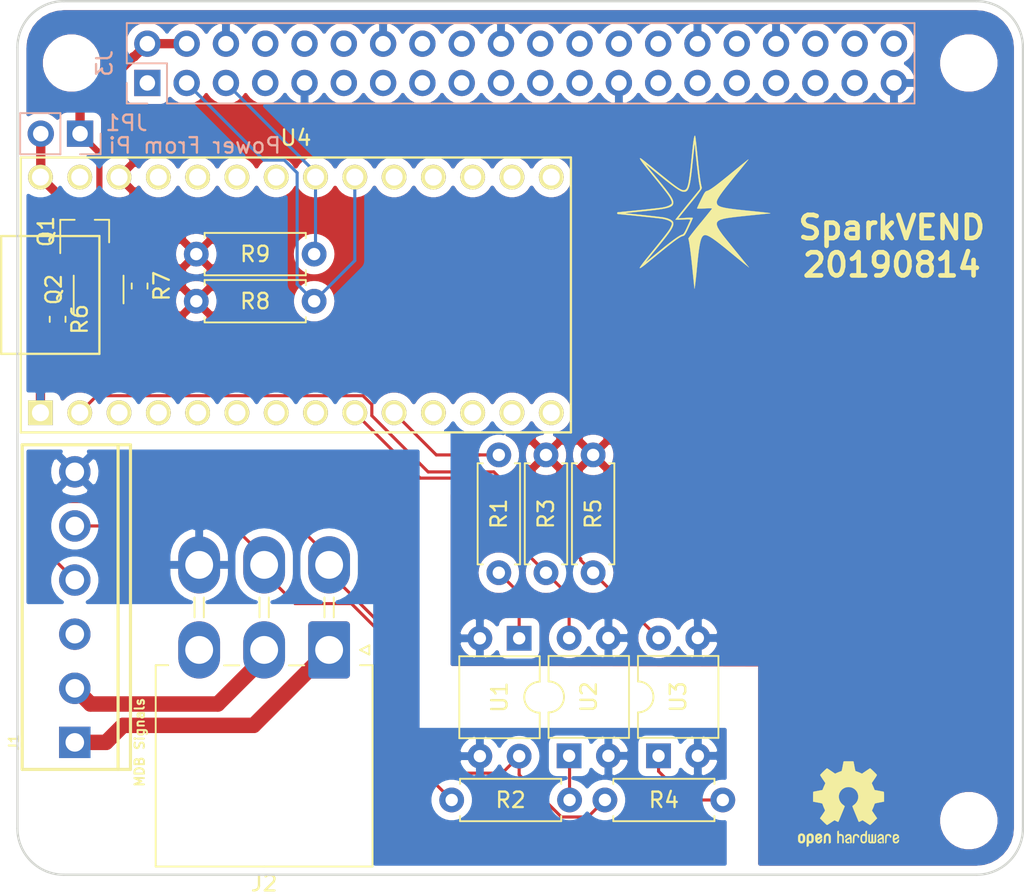
<source format=kicad_pcb>
(kicad_pcb (version 20171130) (host pcbnew "(5.1.2)-2")
  (layers (0 F.Cu signal) (31 B.Cu signal) (34 B.Paste user) (35 F.Paste user) (36 B.SilkS user) (37 F.SilkS user) (38 B.Mask user) (39 F.Mask user) (44 Edge.Cuts user))
  (net 0 "")
  (net 1 GNDD)
  (net 2 +5V)
  (net 3 +3V3)
  (net 4 "Net-(R1-Pad2)")
  (net 5 "Net-(R2-Pad2)")
  (net 6 "Net-(R4-Pad2)")
  (net 7 GNDMDB)
  (net 8 V_MDBPWR)
  (net 9 GND_MDBSIG)
  (net 10 /mdb_interface/MDB_MASTER_RX)
  (net 11 /mdb_interface/MDB_MASTER_TX)
  (net 12 /mdb_interface/SLAVE_OUT)
  (net 13 /mdb_interface/SLAVE_IN)
  (net 14 /mdb_interface/MASTER_IN)
  (net 15 /host_interface/I2C_SCL)
  (net 16 /host_interface/I2C_SDA)
  (net 17 /host_interface/P5V_HAT)
  (net 18 "Net-(Q1-Pad1)")
  (net 19 "Net-(Q2-Pad1)")
  (net 20 "Net-(J1-Pad3)")
  (net 21 "Net-(J2-Pad3)")
  (net 22 "Net-(J3-Pad40)")
  (net 23 "Net-(J3-Pad38)")
  (net 24 "Net-(J3-Pad37)")
  (net 25 "Net-(J3-Pad36)")
  (net 26 "Net-(J3-Pad35)")
  (net 27 "Net-(J3-Pad33)")
  (net 28 "Net-(J3-Pad32)")
  (net 29 "Net-(J3-Pad31)")
  (net 30 "Net-(J3-Pad29)")
  (net 31 /host_interface/ID_SC_EEPROM)
  (net 32 /host_interface/ID_SD_EEPROM)
  (net 33 "Net-(J3-Pad26)")
  (net 34 "Net-(J3-Pad24)")
  (net 35 "Net-(J3-Pad23)")
  (net 36 "Net-(J3-Pad22)")
  (net 37 "Net-(J3-Pad21)")
  (net 38 "Net-(J3-Pad19)")
  (net 39 "Net-(J3-Pad18)")
  (net 40 "Net-(J3-Pad17)")
  (net 41 "Net-(J3-Pad16)")
  (net 42 "Net-(J3-Pad15)")
  (net 43 "Net-(J3-Pad13)")
  (net 44 "Net-(J3-Pad12)")
  (net 45 "Net-(J3-Pad11)")
  (net 46 "Net-(J3-Pad10)")
  (net 47 "Net-(J3-Pad8)")
  (net 48 "Net-(J3-Pad7)")
  (net 49 /host_interface/P3V3)
  (net 50 /teensy_connections/MASTER_OUT)
  (net 51 "Net-(U4-Pad4)")
  (net 52 "Net-(U4-Pad5)")
  (net 53 "Net-(U4-Pad6)")
  (net 54 "Net-(U4-Pad7)")
  (net 55 "Net-(U4-Pad8)")
  (net 56 "Net-(U4-Pad11)")
  (net 57 "Net-(U4-Pad12)")
  (net 58 "Net-(U4-Pad13)")
  (net 59 "Net-(U4-Pad32)")
  (net 60 "Net-(U4-Pad30)")
  (net 61 "Net-(U4-Pad29)")
  (net 62 "Net-(U4-Pad28)")
  (net 63 "Net-(U4-Pad27)")
  (net 64 "Net-(U4-Pad24)")
  (net 65 "Net-(U4-Pad23)")
  (net 66 "Net-(U4-Pad22)")
  (net 67 "Net-(U4-Pad21)")
  (net 68 "Net-(U4-Pad14)")
  (net 69 "Net-(U4-Pad20)")
  (module Resistor_THT:R_Axial_DIN0207_L6.3mm_D2.5mm_P7.62mm_Horizontal (layer F.Cu) (at 74.168 99.348 270)
    (fp_text reference R3 (at 3.81 0 90) (layer F.SilkS))
    (fp_text value 10K)
    (pad 2 thru_hole oval (at 7.62 0 270) (size 1.6 1.6) (drill 0.8) (layers *.Cu *.Mask) (net 13 /mdb_interface/SLAVE_IN))
    (pad 1 thru_hole circle (at 0 0 270) (size 1.6 1.6) (drill 0.8) (layers *.Cu *.Mask) (net 3 +3V3))
  )
  (module sparkvend:teensy-3.x-common (layer F.Cu) (at 58 89)
    (fp_text reference U4 (at 0 -10.16) (layer F.SilkS))
    (fp_text value Teensy3.2)
    (pad 1 thru_hole rect (at -16.51 7.62) (size 1.6 1.6) (drill 1.1) (layers *.Cu *.Mask F.SilkS) (net 1 GNDD))
    (pad 2 thru_hole circle (at -13.97 7.62) (size 1.6 1.6) (drill 1.1) (layers *.Cu *.Mask F.SilkS) (net 14 /mdb_interface/MASTER_IN))
    (pad 3 thru_hole circle (at -11.43 7.62) (size 1.6 1.6) (drill 1.1) (layers *.Cu *.Mask F.SilkS) (net 50 /teensy_connections/MASTER_OUT))
    (pad 4 thru_hole circle (at -8.89 7.62) (size 1.6 1.6) (drill 1.1) (layers *.Cu *.Mask F.SilkS) (net 51 "Net-(U4-Pad4)"))
    (pad 5 thru_hole circle (at -6.35 7.62) (size 1.6 1.6) (drill 1.1) (layers *.Cu *.Mask F.SilkS) (net 52 "Net-(U4-Pad5)"))
    (pad 6 thru_hole circle (at -3.81 7.62) (size 1.6 1.6) (drill 1.1) (layers *.Cu *.Mask F.SilkS) (net 53 "Net-(U4-Pad6)"))
    (pad 7 thru_hole circle (at -1.27 7.62) (size 1.6 1.6) (drill 1.1) (layers *.Cu *.Mask F.SilkS) (net 54 "Net-(U4-Pad7)"))
    (pad 8 thru_hole circle (at 1.27 7.62) (size 1.6 1.6) (drill 1.1) (layers *.Cu *.Mask F.SilkS) (net 55 "Net-(U4-Pad8)"))
    (pad 9 thru_hole circle (at 3.81 7.62) (size 1.6 1.6) (drill 1.1) (layers *.Cu *.Mask F.SilkS) (net 13 /mdb_interface/SLAVE_IN))
    (pad 10 thru_hole circle (at 6.35 7.62) (size 1.6 1.6) (drill 1.1) (layers *.Cu *.Mask F.SilkS) (net 12 /mdb_interface/SLAVE_OUT))
    (pad 11 thru_hole circle (at 8.89 7.62) (size 1.6 1.6) (drill 1.1) (layers *.Cu *.Mask F.SilkS) (net 56 "Net-(U4-Pad11)"))
    (pad 12 thru_hole circle (at 11.43 7.62) (size 1.6 1.6) (drill 1.1) (layers *.Cu *.Mask F.SilkS) (net 57 "Net-(U4-Pad12)"))
    (pad 13 thru_hole circle (at 13.97 7.62) (size 1.6 1.6) (drill 1.1) (layers *.Cu *.Mask F.SilkS) (net 58 "Net-(U4-Pad13)"))
    (pad 33 thru_hole circle (at -16.51 -7.62) (size 1.6 1.6) (drill 1.1) (layers *.Cu *.Mask F.SilkS) (net 2 +5V))
    (pad 32 thru_hole circle (at -13.97 -7.62) (size 1.6 1.6) (drill 1.1) (layers *.Cu *.Mask F.SilkS) (net 59 "Net-(U4-Pad32)"))
    (pad 31 thru_hole circle (at -11.43 -7.62) (size 1.6 1.6) (drill 1.1) (layers *.Cu *.Mask F.SilkS) (net 3 +3V3))
    (pad 30 thru_hole circle (at -8.89 -7.62) (size 1.6 1.6) (drill 1.1) (layers *.Cu *.Mask F.SilkS) (net 60 "Net-(U4-Pad30)"))
    (pad 29 thru_hole circle (at -6.35 -7.62) (size 1.6 1.6) (drill 1.1) (layers *.Cu *.Mask F.SilkS) (net 61 "Net-(U4-Pad29)"))
    (pad 28 thru_hole circle (at -3.81 -7.62) (size 1.6 1.6) (drill 1.1) (layers *.Cu *.Mask F.SilkS) (net 62 "Net-(U4-Pad28)"))
    (pad 27 thru_hole circle (at -1.27 -7.62) (size 1.6 1.6) (drill 1.1) (layers *.Cu *.Mask F.SilkS) (net 63 "Net-(U4-Pad27)"))
    (pad 26 thru_hole circle (at 1.27 -7.62) (size 1.6 1.6) (drill 1.1) (layers *.Cu *.Mask F.SilkS) (net 15 /host_interface/I2C_SCL))
    (pad 25 thru_hole circle (at 3.81 -7.62) (size 1.6 1.6) (drill 1.1) (layers *.Cu *.Mask F.SilkS) (net 16 /host_interface/I2C_SDA))
    (pad 24 thru_hole circle (at 6.35 -7.62) (size 1.6 1.6) (drill 1.1) (layers *.Cu *.Mask F.SilkS) (net 64 "Net-(U4-Pad24)"))
    (pad 23 thru_hole circle (at 8.89 -7.62) (size 1.6 1.6) (drill 1.1) (layers *.Cu *.Mask F.SilkS) (net 65 "Net-(U4-Pad23)"))
    (pad 22 thru_hole circle (at 11.43 -7.62) (size 1.6 1.6) (drill 1.1) (layers *.Cu *.Mask F.SilkS) (net 66 "Net-(U4-Pad22)"))
    (pad 21 thru_hole circle (at 13.97 -7.62) (size 1.6 1.6) (drill 1.1) (layers *.Cu *.Mask F.SilkS) (net 67 "Net-(U4-Pad21)"))
    (pad 14 thru_hole circle (at 16.51 7.62) (size 1.6 1.6) (drill 1.1) (layers *.Cu *.Mask F.SilkS) (net 68 "Net-(U4-Pad14)"))
    (pad 20 thru_hole circle (at 16.51 -7.62) (size 1.6 1.6) (drill 1.1) (layers *.Cu *.Mask F.SilkS) (net 69 "Net-(U4-Pad20)"))
  )
  (module Resistor_THT:R_Axial_DIN0207_L6.3mm_D2.5mm_P7.62mm_Horizontal (layer F.Cu) (at 51.562 86.36)
    (fp_text reference R9 (at 3.81 0) (layer F.SilkS))
    (fp_text value 10K)
    (pad 2 thru_hole oval (at 7.62 0) (size 1.6 1.6) (drill 0.8) (layers *.Cu *.Mask) (net 15 /host_interface/I2C_SCL))
    (pad 1 thru_hole circle (at 0 0) (size 1.6 1.6) (drill 0.8) (layers *.Cu *.Mask) (net 3 +3V3))
  )
  (module Resistor_THT:R_Axial_DIN0207_L6.3mm_D2.5mm_P7.62mm_Horizontal (layer F.Cu) (at 51.562 89.408)
    (fp_text reference R8 (at 3.81 0) (layer F.SilkS))
    (fp_text value 10K)
    (pad 2 thru_hole oval (at 7.62 0) (size 1.6 1.6) (drill 0.8) (layers *.Cu *.Mask) (net 16 /host_interface/I2C_SDA))
    (pad 1 thru_hole circle (at 0 0) (size 1.6 1.6) (drill 0.8) (layers *.Cu *.Mask) (net 3 +3V3))
  )
  (module Resistor_THT:R_Axial_DIN0207_L6.3mm_D2.5mm_P7.62mm_Horizontal (layer F.Cu) (at 77.216 99.348 270)
    (fp_text reference R5 (at 3.81 0 90) (layer F.SilkS))
    (fp_text value 10K)
    (pad 2 thru_hole oval (at 7.62 0 270) (size 1.6 1.6) (drill 0.8) (layers *.Cu *.Mask) (net 14 /mdb_interface/MASTER_IN))
    (pad 1 thru_hole circle (at 0 0 270) (size 1.6 1.6) (drill 0.8) (layers *.Cu *.Mask) (net 3 +3V3))
  )
  (module Resistor_THT:R_Axial_DIN0207_L6.3mm_D2.5mm_P7.62mm_Horizontal (layer F.Cu) (at 77.978 121.666)
    (fp_text reference R4 (at 3.81 0) (layer F.SilkS))
    (fp_text value 4.7K)
    (pad 2 thru_hole oval (at 7.62 0) (size 1.6 1.6) (drill 0.8) (layers *.Cu *.Mask) (net 6 "Net-(R4-Pad2)"))
    (pad 1 thru_hole circle (at 0 0) (size 1.6 1.6) (drill 0.8) (layers *.Cu *.Mask) (net 10 /mdb_interface/MDB_MASTER_RX))
  )
  (module Resistor_THT:R_Axial_DIN0207_L6.3mm_D2.5mm_P7.62mm_Horizontal (layer F.Cu) (at 68.072 121.666)
    (fp_text reference R2 (at 3.81 0) (layer F.SilkS))
    (fp_text value 4.7K)
    (pad 2 thru_hole oval (at 7.62 0) (size 1.6 1.6) (drill 0.8) (layers *.Cu *.Mask) (net 5 "Net-(R2-Pad2)"))
    (pad 1 thru_hole circle (at 0 0) (size 1.6 1.6) (drill 0.8) (layers *.Cu *.Mask) (net 11 /mdb_interface/MDB_MASTER_TX))
  )
  (module Resistor_THT:R_Axial_DIN0207_L6.3mm_D2.5mm_P7.62mm_Horizontal (layer F.Cu) (at 71.12 99.348 270)
    (fp_text reference R1 (at 3.81 0 90) (layer F.SilkS))
    (fp_text value 100)
    (pad 2 thru_hole oval (at 7.62 0 270) (size 1.6 1.6) (drill 0.8) (layers *.Cu *.Mask) (net 4 "Net-(R1-Pad2)"))
    (pad 1 thru_hole circle (at 0 0 270) (size 1.6 1.6) (drill 0.8) (layers *.Cu *.Mask) (net 12 /mdb_interface/SLAVE_OUT))
  )
  (module Symbol:OSHW-Logo2_7.3x6mm_SilkScreen (layer F.Cu) (at 93.726 121.92)
    (fp_text reference LOGO3 hide)
    (fp_text value "OSHW Logo goes here" hide)
  )
  (module ellie:SPARKCC_LOGO (layer F.Cu) (at 83.82 83.82)
    (fp_text reference LOGO1 hide)
    (fp_text value "SparkCC logo" hide)
  )
  (module Resistor_SMD:R_0603_1608Metric_Pad1.05x0.95mm_HandSolder (layer F.Cu) (at 47.9 88.425 270)
    (fp_text reference R7 (at 0 -1.43 90) (layer F.SilkS))
    (fp_text value 47K)
    (pad 2 smd roundrect (at 0.875 0 270) (size 1.05 0.95) (layers F.Cu F.Paste F.Mask) (net 1 GNDD))
    (pad 1 smd roundrect (at -0.875 0 270) (size 1.05 0.95) (layers F.Cu F.Paste F.Mask) (net 18 "Net-(Q1-Pad1)"))
  )
  (module Resistor_SMD:R_0603_1608Metric_Pad1.05x0.95mm_HandSolder (layer F.Cu) (at 42.6 90.575 270)
    (fp_text reference R6 (at 0 -1.43 90) (layer F.SilkS))
    (fp_text value 10K)
    (pad 2 smd roundrect (at 0.875 0 270) (size 1.05 0.95) (layers F.Cu F.Paste F.Mask) (net 1 GNDD))
    (pad 1 smd roundrect (at -0.875 0 270) (size 1.05 0.95) (layers F.Cu F.Paste F.Mask) (net 19 "Net-(Q2-Pad1)"))
  )
  (module Package_TO_SOT_SMD:SOT-23-6 (layer F.Cu) (at 45.25 88.65 90)
    (fp_text reference Q2 (at 0 -2.9 90) (layer F.SilkS))
    (fp_text value DMMT5401)
    (pad 5 smd rect (at 1.1 0 90) (size 1.06 0.65) (layers F.Cu F.Paste F.Mask) (net 17 /host_interface/P5V_HAT))
    (pad 6 smd rect (at 1.1 -0.95 90) (size 1.06 0.65) (layers F.Cu F.Paste F.Mask) (net 2 +5V))
    (pad 4 smd rect (at 1.1 0.95 90) (size 1.06 0.65) (layers F.Cu F.Paste F.Mask) (net 18 "Net-(Q1-Pad1)"))
    (pad 3 smd rect (at -1.1 0.95 90) (size 1.06 0.65) (layers F.Cu F.Paste F.Mask) (net 19 "Net-(Q2-Pad1)"))
    (pad 2 smd rect (at -1.1 0 90) (size 1.06 0.65) (layers F.Cu F.Paste F.Mask) (net 19 "Net-(Q2-Pad1)"))
    (pad 1 smd rect (at -1.1 -0.95 90) (size 1.06 0.65) (layers F.Cu F.Paste F.Mask) (net 19 "Net-(Q2-Pad1)"))
  )
  (module Package_TO_SOT_SMD:SOT-23 (layer F.Cu) (at 44.35 84.9 90)
    (fp_text reference Q1 (at 0 -2.5 90) (layer F.SilkS))
    (fp_text value DMG2305UX)
    (pad 3 smd rect (at 1 0 90) (size 0.9 0.8) (layers F.Cu F.Paste F.Mask) (net 2 +5V))
    (pad 2 smd rect (at -1 0.95 90) (size 0.9 0.8) (layers F.Cu F.Paste F.Mask) (net 17 /host_interface/P5V_HAT))
    (pad 1 smd rect (at -1 -0.95 90) (size 0.9 0.8) (layers F.Cu F.Paste F.Mask) (net 18 "Net-(Q1-Pad1)"))
  )
  (module Connector_PinHeader_2.54mm:PinHeader_1x02_P2.54mm_Vertical (layer B.Cu) (at 44.05 78.57 90)
    (fp_text reference JP1 (at 0.69 3) (layer B.SilkS) (effects (justify mirror)))
    (fp_text value "Power From Pi" (at -0.77 7.41) (layer B.SilkS) (effects (justify mirror)))
    (pad 2 thru_hole oval (at 0 -2.54 90) (size 1.7 1.7) (drill 1) (layers *.Cu *.Mask) (net 2 +5V))
    (pad 1 thru_hole rect (at 0 0 90) (size 1.7 1.7) (drill 1) (layers *.Cu *.Mask) (net 17 /host_interface/P5V_HAT))
  )
  (module Connector_PinSocket_2.54mm:PinSocket_2x20_P2.54mm_Vertical (layer B.Cu) (at 48.4 75.29 270)
    (fp_text reference J3 (at -1.27 2.77 270) (layer B.SilkS) (effects (justify mirror)))
    (fp_text value OX40HAT)
    (pad 40 thru_hole oval (at -2.54 -48.26 270) (size 1.7 1.7) (drill 1) (layers *.Cu *.Mask) (net 22 "Net-(J3-Pad40)"))
    (pad 39 thru_hole oval (at 0 -48.26 270) (size 1.7 1.7) (drill 1) (layers *.Cu *.Mask) (net 1 GNDD))
    (pad 38 thru_hole oval (at -2.54 -45.72 270) (size 1.7 1.7) (drill 1) (layers *.Cu *.Mask) (net 23 "Net-(J3-Pad38)"))
    (pad 37 thru_hole oval (at 0 -45.72 270) (size 1.7 1.7) (drill 1) (layers *.Cu *.Mask) (net 24 "Net-(J3-Pad37)"))
    (pad 36 thru_hole oval (at -2.54 -43.18 270) (size 1.7 1.7) (drill 1) (layers *.Cu *.Mask) (net 25 "Net-(J3-Pad36)"))
    (pad 35 thru_hole oval (at 0 -43.18 270) (size 1.7 1.7) (drill 1) (layers *.Cu *.Mask) (net 26 "Net-(J3-Pad35)"))
    (pad 34 thru_hole oval (at -2.54 -40.64 270) (size 1.7 1.7) (drill 1) (layers *.Cu *.Mask) (net 1 GNDD))
    (pad 33 thru_hole oval (at 0 -40.64 270) (size 1.7 1.7) (drill 1) (layers *.Cu *.Mask) (net 27 "Net-(J3-Pad33)"))
    (pad 32 thru_hole oval (at -2.54 -38.1 270) (size 1.7 1.7) (drill 1) (layers *.Cu *.Mask) (net 28 "Net-(J3-Pad32)"))
    (pad 31 thru_hole oval (at 0 -38.1 270) (size 1.7 1.7) (drill 1) (layers *.Cu *.Mask) (net 29 "Net-(J3-Pad31)"))
    (pad 30 thru_hole oval (at -2.54 -35.56 270) (size 1.7 1.7) (drill 1) (layers *.Cu *.Mask) (net 1 GNDD))
    (pad 29 thru_hole oval (at 0 -35.56 270) (size 1.7 1.7) (drill 1) (layers *.Cu *.Mask) (net 30 "Net-(J3-Pad29)"))
    (pad 28 thru_hole oval (at -2.54 -33.02 270) (size 1.7 1.7) (drill 1) (layers *.Cu *.Mask) (net 31 /host_interface/ID_SC_EEPROM))
    (pad 27 thru_hole oval (at 0 -33.02 270) (size 1.7 1.7) (drill 1) (layers *.Cu *.Mask) (net 32 /host_interface/ID_SD_EEPROM))
    (pad 26 thru_hole oval (at -2.54 -30.48 270) (size 1.7 1.7) (drill 1) (layers *.Cu *.Mask) (net 33 "Net-(J3-Pad26)"))
    (pad 25 thru_hole oval (at 0 -30.48 270) (size 1.7 1.7) (drill 1) (layers *.Cu *.Mask) (net 1 GNDD))
    (pad 24 thru_hole oval (at -2.54 -27.94 270) (size 1.7 1.7) (drill 1) (layers *.Cu *.Mask) (net 34 "Net-(J3-Pad24)"))
    (pad 23 thru_hole oval (at 0 -27.94 270) (size 1.7 1.7) (drill 1) (layers *.Cu *.Mask) (net 35 "Net-(J3-Pad23)"))
    (pad 22 thru_hole oval (at -2.54 -25.4 270) (size 1.7 1.7) (drill 1) (layers *.Cu *.Mask) (net 36 "Net-(J3-Pad22)"))
    (pad 21 thru_hole oval (at 0 -25.4 270) (size 1.7 1.7) (drill 1) (layers *.Cu *.Mask) (net 37 "Net-(J3-Pad21)"))
    (pad 20 thru_hole oval (at -2.54 -22.86 270) (size 1.7 1.7) (drill 1) (layers *.Cu *.Mask) (net 1 GNDD))
    (pad 19 thru_hole oval (at 0 -22.86 270) (size 1.7 1.7) (drill 1) (layers *.Cu *.Mask) (net 38 "Net-(J3-Pad19)"))
    (pad 18 thru_hole oval (at -2.54 -20.32 270) (size 1.7 1.7) (drill 1) (layers *.Cu *.Mask) (net 39 "Net-(J3-Pad18)"))
    (pad 17 thru_hole oval (at 0 -20.32 270) (size 1.7 1.7) (drill 1) (layers *.Cu *.Mask) (net 40 "Net-(J3-Pad17)"))
    (pad 16 thru_hole oval (at -2.54 -17.78 270) (size 1.7 1.7) (drill 1) (layers *.Cu *.Mask) (net 41 "Net-(J3-Pad16)"))
    (pad 15 thru_hole oval (at 0 -17.78 270) (size 1.7 1.7) (drill 1) (layers *.Cu *.Mask) (net 42 "Net-(J3-Pad15)"))
    (pad 14 thru_hole oval (at -2.54 -15.24 270) (size 1.7 1.7) (drill 1) (layers *.Cu *.Mask) (net 1 GNDD))
    (pad 13 thru_hole oval (at 0 -15.24 270) (size 1.7 1.7) (drill 1) (layers *.Cu *.Mask) (net 43 "Net-(J3-Pad13)"))
    (pad 12 thru_hole oval (at -2.54 -12.7 270) (size 1.7 1.7) (drill 1) (layers *.Cu *.Mask) (net 44 "Net-(J3-Pad12)"))
    (pad 11 thru_hole oval (at 0 -12.7 270) (size 1.7 1.7) (drill 1) (layers *.Cu *.Mask) (net 45 "Net-(J3-Pad11)"))
    (pad 10 thru_hole oval (at -2.54 -10.16 270) (size 1.7 1.7) (drill 1) (layers *.Cu *.Mask) (net 46 "Net-(J3-Pad10)"))
    (pad 9 thru_hole oval (at 0 -10.16 270) (size 1.7 1.7) (drill 1) (layers *.Cu *.Mask) (net 1 GNDD))
    (pad 8 thru_hole oval (at -2.54 -7.62 270) (size 1.7 1.7) (drill 1) (layers *.Cu *.Mask) (net 47 "Net-(J3-Pad8)"))
    (pad 7 thru_hole oval (at 0 -7.62 270) (size 1.7 1.7) (drill 1) (layers *.Cu *.Mask) (net 48 "Net-(J3-Pad7)"))
    (pad 6 thru_hole oval (at -2.54 -5.08 270) (size 1.7 1.7) (drill 1) (layers *.Cu *.Mask) (net 1 GNDD))
    (pad 5 thru_hole oval (at 0 -5.08 270) (size 1.7 1.7) (drill 1) (layers *.Cu *.Mask) (net 15 /host_interface/I2C_SCL))
    (pad 4 thru_hole oval (at -2.54 -2.54 270) (size 1.7 1.7) (drill 1) (layers *.Cu *.Mask) (net 17 /host_interface/P5V_HAT))
    (pad 3 thru_hole oval (at 0 -2.54 270) (size 1.7 1.7) (drill 1) (layers *.Cu *.Mask) (net 16 /host_interface/I2C_SDA))
    (pad 2 thru_hole oval (at -2.54 0 270) (size 1.7 1.7) (drill 1) (layers *.Cu *.Mask) (net 17 /host_interface/P5V_HAT))
    (pad 1 thru_hole rect (at 0 0 270) (size 1.7 1.7) (drill 1) (layers *.Cu *.Mask) (net 49 /host_interface/P3V3))
  )
  (module MountingHole:MountingHole_2.7mm_M2.5 (layer F.Cu) (at 101.5 123)
    (fp_text reference H4 hide)
    (fp_text value MountingHole hide)
    (pad 1 np_thru_hole circle (at 0 0) (size 2.7 2.7) (drill 2.7) (layers *.Cu *.Mask))
  )
  (module MountingHole:MountingHole_2.7mm_M2.5 (layer F.Cu) (at 101.5 74)
    (fp_text reference H3 hide)
    (fp_text value MountingHole hide)
    (pad 1 np_thru_hole circle (at 0 0) (size 2.7 2.7) (drill 2.7) (layers *.Cu *.Mask))
  )
  (module MountingHole:MountingHole_2.7mm_M2.5 (layer F.Cu) (at 43.5 123)
    (fp_text reference H2 hide)
    (fp_text value MountingHole hide)
    (pad 1 np_thru_hole circle (at 0 0) (size 2.7 2.7) (drill 2.7) (layers *.Cu *.Mask))
  )
  (module MountingHole:MountingHole_2.7mm_M2.5 (layer F.Cu) (at 43.5 74)
    (fp_text reference H1 hide)
    (fp_text value MountingHole hide)
    (pad 1 np_thru_hole circle (at 0 0) (size 2.7 2.7) (drill 2.7) (layers *.Cu *.Mask))
  )
  (module Package_DIP:DIP-4_W7.62mm (layer F.Cu) (at 81.444 118.81 90)
    (fp_text reference U3 (at 3.81 1.27 90) (layer F.SilkS))
    (fp_text value VO615A-9)
    (pad 4 thru_hole oval (at 7.62 0 90) (size 1.6 1.6) (drill 0.8) (layers *.Cu *.Mask) (net 14 /mdb_interface/MASTER_IN))
    (pad 2 thru_hole oval (at 0 2.54 90) (size 1.6 1.6) (drill 0.8) (layers *.Cu *.Mask) (net 9 GND_MDBSIG))
    (pad 3 thru_hole oval (at 7.62 2.54 90) (size 1.6 1.6) (drill 0.8) (layers *.Cu *.Mask) (net 1 GNDD))
    (pad 1 thru_hole rect (at 0 0 90) (size 1.6 1.6) (drill 0.8) (layers *.Cu *.Mask) (net 6 "Net-(R4-Pad2)"))
  )
  (module Package_DIP:DIP-4_W7.62mm (layer F.Cu) (at 75.664 118.81 90)
    (fp_text reference U2 (at 3.81 1.27 90) (layer F.SilkS))
    (fp_text value VO615A-9)
    (pad 4 thru_hole oval (at 7.62 0 90) (size 1.6 1.6) (drill 0.8) (layers *.Cu *.Mask) (net 13 /mdb_interface/SLAVE_IN))
    (pad 2 thru_hole oval (at 0 2.54 90) (size 1.6 1.6) (drill 0.8) (layers *.Cu *.Mask) (net 9 GND_MDBSIG))
    (pad 3 thru_hole oval (at 7.62 2.54 90) (size 1.6 1.6) (drill 0.8) (layers *.Cu *.Mask) (net 1 GNDD))
    (pad 1 thru_hole rect (at 0 0 90) (size 1.6 1.6) (drill 0.8) (layers *.Cu *.Mask) (net 5 "Net-(R2-Pad2)"))
  )
  (module Package_DIP:DIP-4_W7.62mm (layer F.Cu) (at 72.434 111.21 270)
    (fp_text reference U1 (at 3.81 1.27 90) (layer F.SilkS))
    (fp_text value VO615A-9)
    (pad 4 thru_hole oval (at 7.62 0 270) (size 1.6 1.6) (drill 0.8) (layers *.Cu *.Mask) (net 10 /mdb_interface/MDB_MASTER_RX))
    (pad 2 thru_hole oval (at 0 2.54 270) (size 1.6 1.6) (drill 0.8) (layers *.Cu *.Mask) (net 1 GNDD))
    (pad 3 thru_hole oval (at 7.62 2.54 270) (size 1.6 1.6) (drill 0.8) (layers *.Cu *.Mask) (net 9 GND_MDBSIG))
    (pad 1 thru_hole rect (at 0 0 270) (size 1.6 1.6) (drill 0.8) (layers *.Cu *.Mask) (net 4 "Net-(R1-Pad2)"))
  )
  (module Connector_Molex:Molex_Mini-Fit_Jr_5569-06A2_2x03_P4.20mm_Horizontal (layer F.Cu) (at 60.15 111.96 180)
    (fp_text reference J2 (at 4.2 -15.1) (layer F.SilkS))
    (fp_text value MDB/ICP)
    (pad "" np_thru_hole circle (at 8.4 -7.3 180) (size 3 3) (drill 3) (layers *.Cu *.Mask))
    (pad "" np_thru_hole circle (at 0 -7.3 180) (size 3 3) (drill 3) (layers *.Cu *.Mask))
    (pad 6 thru_hole oval (at 8.4 5.5 180) (size 2.7 3.7) (drill 1.8) (layers *.Cu *.Mask) (net 9 GND_MDBSIG))
    (pad 5 thru_hole oval (at 4.2 5.5 180) (size 2.7 3.7) (drill 1.8) (layers *.Cu *.Mask) (net 11 /mdb_interface/MDB_MASTER_TX))
    (pad 4 thru_hole oval (at 0 5.5 180) (size 2.7 3.7) (drill 1.8) (layers *.Cu *.Mask) (net 10 /mdb_interface/MDB_MASTER_RX))
    (pad 3 thru_hole oval (at 8.4 0 180) (size 2.7 3.7) (drill 1.8) (layers *.Cu *.Mask) (net 21 "Net-(J2-Pad3)"))
    (pad 2 thru_hole oval (at 4.2 0 180) (size 2.7 3.7) (drill 1.8) (layers *.Cu *.Mask) (net 7 GNDMDB))
    (pad 1 thru_hole roundrect (at 0 0 180) (size 2.7 3.7) (drill 1.8) (layers *.Cu *.Mask) (roundrect_rratio 0.09259299999999999) (net 8 V_MDBPWR))
  )
  (module Connectors:SCREWTERMINAL-3.5MM-6 (layer F.Cu) (at 43.71 117.94 90)
    (fp_text reference J1 (at 0 -3.937 90) (layer F.SilkS) (effects (font (size 0.6096 0.6096) (thickness 0.127))))
    (fp_text value "MDB Signals" (at 0 4.191 90) (layer F.SilkS) (effects (font (size 0.6096 0.6096) (thickness 0.127))))
    (pad 6 thru_hole circle (at 17.49806 0 90) (size 2.032 2.032) (drill 1.19888) (layers *.Cu *.Mask) (net 9 GND_MDBSIG))
    (pad 5 thru_hole circle (at 13.99794 0 90) (size 2.032 2.032) (drill 1.19888) (layers *.Cu *.Mask) (net 11 /mdb_interface/MDB_MASTER_TX))
    (pad 4 thru_hole circle (at 10.49782 0 90) (size 2.032 2.032) (drill 1.19888) (layers *.Cu *.Mask) (net 10 /mdb_interface/MDB_MASTER_RX))
    (pad 3 thru_hole circle (at 6.9977 0 90) (size 2.032 2.032) (drill 1.19888) (layers *.Cu *.Mask) (net 20 "Net-(J1-Pad3)"))
    (pad 2 thru_hole circle (at 3.49758 0 90) (size 2.032 2.032) (drill 1.19888) (layers *.Cu *.Mask) (net 7 GNDMDB))
    (pad 1 thru_hole rect (at 0 0 90) (size 2.032 2.032) (drill 1.19888) (layers *.Cu *.Mask) (net 8 V_MDBPWR))
  )
  (gr_text "SparkVEND\n20190814" (at 96.52 85.852) (layer F.SilkS) (effects (font (size 1.5 1.5) (thickness 0.3))))
  (gr_line (start 105 123.5) (end 105 73) (layer Edge.Cuts) (width 0.15))
  (gr_arc (start 43 73) (end 43 70) (angle -90) (layer Edge.Cuts) (width 0.15))
  (gr_line (start 102 70) (end 43 70) (layer Edge.Cuts) (width 0.15))
  (gr_arc (start 102 73) (end 105 73) (angle -90) (layer Edge.Cuts) (width 0.15))
  (gr_line (start 40 73) (end 40 123.5) (layer Edge.Cuts) (width 0.15))
  (gr_arc (start 102 123.5) (end 102 126.5) (angle -90) (layer Edge.Cuts) (width 0.15))
  (gr_line (start 43 126.5) (end 102 126.5) (layer Edge.Cuts) (width 0.15))
  (gr_arc (start 43 123.5) (end 40 123.5) (angle -90) (layer Edge.Cuts) (width 0.15))
  (segment (start 41.49 92.56) (end 42.6 91.45) (width 0.6) (layer F.Cu) (net 1))
  (segment (start 41.49 96.62) (end 41.49 92.56) (width 0.6) (layer F.Cu) (net 1))
  (segment (start 47.9 89.925) (end 47.9 89.3) (width 0.6) (layer F.Cu) (net 1))
  (segment (start 46.375 91.45) (end 47.9 89.925) (width 0.6) (layer F.Cu) (net 1))
  (segment (start 42.6 91.45) (end 46.375 91.45) (width 0.6) (layer F.Cu) (net 1))
  (segment (start 41.51 81.36) (end 41.49 81.38) (width 0.6) (layer F.Cu) (net 2))
  (segment (start 41.51 78.57) (end 41.51 81.36) (width 0.6) (layer F.Cu) (net 2))
  (segment (start 44.3 83.95) (end 44.35 83.9) (width 0.6) (layer F.Cu) (net 2))
  (segment (start 44.3 87.55) (end 44.3 83.95) (width 0.6) (layer F.Cu) (net 2))
  (segment (start 44.01 83.9) (end 41.49 81.38) (width 0.6) (layer F.Cu) (net 2))
  (segment (start 44.35 83.9) (end 44.01 83.9) (width 0.6) (layer F.Cu) (net 2))
  (segment (start 72.434 108.282) (end 72.434 111.21) (width 0.2) (layer F.Cu) (net 4))
  (segment (start 71.12 106.968) (end 72.434 108.282) (width 0.2) (layer F.Cu) (net 4))
  (segment (start 75.692 118.838) (end 75.664 118.81) (width 0.2) (layer F.Cu) (net 5))
  (segment (start 75.692 121.666) (end 75.692 118.838) (width 0.2) (layer F.Cu) (net 5))
  (segment (start 81.444 119.81) (end 81.444 118.81) (width 0.2) (layer F.Cu) (net 6))
  (segment (start 83.3 121.666) (end 81.444 119.81) (width 0.2) (layer F.Cu) (net 6))
  (segment (start 85.598 121.666) (end 83.3 121.666) (width 0.2) (layer F.Cu) (net 6))
  (segment (start 44.725999 115.458419) (end 43.71 114.44242) (width 1) (layer F.Cu) (net 7))
  (segment (start 52.951581 115.458419) (end 44.725999 115.458419) (width 1) (layer F.Cu) (net 7))
  (segment (start 55.95 112.46) (end 52.951581 115.458419) (width 1) (layer F.Cu) (net 7))
  (segment (start 55.95 111.96) (end 55.95 112.46) (width 1) (layer F.Cu) (net 7))
  (segment (start 43.71 117.94) (end 45.726 117.94) (width 1) (layer F.Cu) (net 8))
  (segment (start 45.726 117.94) (end 46.826 116.84) (width 1) (layer F.Cu) (net 8))
  (segment (start 55.27 116.84) (end 60.15 111.96) (width 1) (layer F.Cu) (net 8))
  (segment (start 46.826 116.84) (end 55.27 116.84) (width 1) (layer F.Cu) (net 8))
  (segment (start 60.15 105.96) (end 60.15 106.46) (width 0.2) (layer F.Cu) (net 10))
  (segment (start 56.552 102.362) (end 60.15 105.96) (width 0.2) (layer F.Cu) (net 10))
  (segment (start 42.672 102.362) (end 56.552 102.362) (width 0.2) (layer F.Cu) (net 10))
  (segment (start 41.91 103.124) (end 42.672 102.362) (width 0.2) (layer F.Cu) (net 10))
  (segment (start 41.91 105.64218) (end 41.91 103.124) (width 0.2) (layer F.Cu) (net 10))
  (segment (start 43.71 107.44218) (end 41.91 105.64218) (width 0.2) (layer F.Cu) (net 10))
  (segment (start 72.434 119.96137) (end 72.434 118.83) (width 0.2) (layer F.Cu) (net 10))
  (segment (start 72.434 120.036002) (end 72.434 119.96137) (width 0.2) (layer F.Cu) (net 10))
  (segment (start 75.163999 122.766001) (end 72.434 120.036002) (width 0.2) (layer F.Cu) (net 10))
  (segment (start 76.877999 122.766001) (end 75.163999 122.766001) (width 0.2) (layer F.Cu) (net 10))
  (segment (start 77.978 121.666) (end 76.877999 122.766001) (width 0.2) (layer F.Cu) (net 10))
  (segment (start 71.333999 119.930001) (end 66.901699 119.930001) (width 0.2) (layer F.Cu) (net 10))
  (segment (start 72.434 118.83) (end 71.333999 119.930001) (width 0.2) (layer F.Cu) (net 10))
  (segment (start 66.901699 119.930001) (end 63.90001 116.928312) (width 0.2) (layer F.Cu) (net 10))
  (segment (start 60.15 106.96) (end 60.15 106.46) (width 0.2) (layer F.Cu) (net 10))
  (segment (start 63.90001 110.71001) (end 60.15 106.96) (width 0.2) (layer F.Cu) (net 10))
  (segment (start 63.90001 116.928312) (end 63.90001 110.71001) (width 0.2) (layer F.Cu) (net 10))
  (segment (start 55.95 105.96) (end 55.95 106.46) (width 0.2) (layer F.Cu) (net 11))
  (segment (start 53.93206 103.94206) (end 55.95 105.96) (width 0.2) (layer F.Cu) (net 11))
  (segment (start 43.71 103.94206) (end 53.93206 103.94206) (width 0.2) (layer F.Cu) (net 11))
  (segment (start 63.5 117.094) (end 68.072 121.666) (width 0.2) (layer F.Cu) (net 11))
  (segment (start 63.5 110.875698) (end 63.5 117.094) (width 0.2) (layer F.Cu) (net 11))
  (segment (start 61.590302 108.966) (end 63.5 110.875698) (width 0.2) (layer F.Cu) (net 11))
  (segment (start 57.956 108.966) (end 61.590302 108.966) (width 0.2) (layer F.Cu) (net 11))
  (segment (start 55.95 106.96) (end 57.956 108.966) (width 0.2) (layer F.Cu) (net 11))
  (segment (start 55.95 106.46) (end 55.95 106.96) (width 0.2) (layer F.Cu) (net 11))
  (segment (start 64.35 96.62) (end 67.078 99.348) (width 0.2) (layer F.Cu) (net 12))
  (segment (start 71.12 99.348) (end 69.376 99.348) (width 0.2) (layer F.Cu) (net 12))
  (segment (start 67.078 99.348) (end 69.376 99.348) (width 0.2) (layer F.Cu) (net 12))
  (segment (start 69.376 99.348) (end 69.894 99.348) (width 0.2) (layer F.Cu) (net 12))
  (segment (start 75.664 108.464) (end 74.168 106.968) (width 0.2) (layer F.Cu) (net 13))
  (segment (start 75.664 111.19) (end 75.664 108.464) (width 0.2) (layer F.Cu) (net 13))
  (segment (start 73.368001 106.168001) (end 74.168 106.968) (width 0.2) (layer F.Cu) (net 13))
  (segment (start 68.048011 100.848011) (end 73.368001 106.168001) (width 0.2) (layer F.Cu) (net 13))
  (segment (start 66.038011 100.848011) (end 68.048011 100.848011) (width 0.2) (layer F.Cu) (net 13))
  (segment (start 61.81 96.62) (end 66.038011 100.848011) (width 0.2) (layer F.Cu) (net 13))
  (segment (start 81.438 111.19) (end 81.444 111.19) (width 0.2) (layer F.Cu) (net 14))
  (segment (start 77.216 106.968) (end 81.438 111.19) (width 0.2) (layer F.Cu) (net 14))
  (segment (start 45.130001 95.519999) (end 44.829999 95.820001) (width 0.2) (layer F.Cu) (net 14))
  (segment (start 62.338001 95.519999) (end 45.130001 95.519999) (width 0.2) (layer F.Cu) (net 14))
  (segment (start 62.910001 96.091999) (end 62.338001 95.519999) (width 0.2) (layer F.Cu) (net 14))
  (segment (start 62.910001 96.808003) (end 62.910001 96.091999) (width 0.2) (layer F.Cu) (net 14))
  (segment (start 66.549999 100.448001) (end 62.910001 96.808003) (width 0.2) (layer F.Cu) (net 14))
  (segment (start 44.829999 95.820001) (end 44.03 96.62) (width 0.2) (layer F.Cu) (net 14))
  (segment (start 70.799239 100.448001) (end 66.549999 100.448001) (width 0.2) (layer F.Cu) (net 14))
  (segment (start 76.416001 106.064763) (end 70.799239 100.448001) (width 0.2) (layer F.Cu) (net 14))
  (segment (start 76.416001 106.168001) (end 76.416001 106.064763) (width 0.2) (layer F.Cu) (net 14))
  (segment (start 77.216 106.968) (end 76.416001 106.168001) (width 0.2) (layer F.Cu) (net 14))
  (segment (start 59.27 81.08) (end 59.27 81.38) (width 0.2) (layer B.Cu) (net 15))
  (segment (start 53.48 75.29) (end 59.27 81.08) (width 0.2) (layer B.Cu) (net 15))
  (segment (start 59.27 86.272) (end 59.182 86.36) (width 0.2) (layer B.Cu) (net 15))
  (segment (start 59.27 81.38) (end 59.27 86.272) (width 0.2) (layer B.Cu) (net 15))
  (segment (start 61.81 86.78) (end 59.182 89.408) (width 0.2) (layer B.Cu) (net 16))
  (segment (start 61.81 81.38) (end 61.81 86.78) (width 0.2) (layer B.Cu) (net 16))
  (segment (start 58.382001 88.608001) (end 59.182 89.408) (width 0.2) (layer B.Cu) (net 16))
  (segment (start 58.081999 88.307999) (end 58.382001 88.608001) (width 0.2) (layer B.Cu) (net 16))
  (segment (start 58.081999 81.103997) (end 58.081999 88.307999) (width 0.2) (layer B.Cu) (net 16))
  (segment (start 57.258001 80.279999) (end 58.081999 81.103997) (width 0.2) (layer B.Cu) (net 16))
  (segment (start 55.929999 80.279999) (end 57.258001 80.279999) (width 0.2) (layer B.Cu) (net 16))
  (segment (start 50.94 75.29) (end 55.929999 80.279999) (width 0.2) (layer B.Cu) (net 16))
  (segment (start 45.25 85.95) (end 45.3 85.9) (width 0.6) (layer F.Cu) (net 17))
  (segment (start 45.25 87.55) (end 45.25 85.95) (width 0.6) (layer F.Cu) (net 17))
  (segment (start 48.4 72.75) (end 50.94 72.75) (width 0.6) (layer F.Cu) (net 17))
  (segment (start 44.05 77.12) (end 44.05 78.57) (width 0.6) (layer F.Cu) (net 17))
  (segment (start 44.05 77.039998) (end 44.05 77.12) (width 0.6) (layer F.Cu) (net 17))
  (segment (start 47.489999 73.599999) (end 44.05 77.039998) (width 0.6) (layer F.Cu) (net 17))
  (segment (start 47.550001 73.599999) (end 47.489999 73.599999) (width 0.6) (layer F.Cu) (net 17))
  (segment (start 48.4 72.75) (end 47.550001 73.599999) (width 0.6) (layer F.Cu) (net 17))
  (segment (start 45.3 79.82) (end 45.3 85.9) (width 0.4) (layer F.Cu) (net 17))
  (segment (start 44.05 78.57) (end 45.3 79.82) (width 0.4) (layer F.Cu) (net 17))
  (segment (start 45.3 87.5) (end 45.25 87.55) (width 0.4) (layer F.Cu) (net 17))
  (segment (start 45.3 85.9) (end 45.3 87.5) (width 0.4) (layer F.Cu) (net 17))
  (segment (start 47.9 87.55) (end 46.2 87.55) (width 0.2) (layer F.Cu) (net 18))
  (segment (start 46.2 88.28) (end 46.2 87.55) (width 0.2) (layer F.Cu) (net 18))
  (segment (start 46.099999 88.380001) (end 46.2 88.28) (width 0.2) (layer F.Cu) (net 18))
  (segment (start 43.734999 88.380001) (end 46.099999 88.380001) (width 0.2) (layer F.Cu) (net 18))
  (segment (start 43.4 88.045002) (end 43.734999 88.380001) (width 0.2) (layer F.Cu) (net 18))
  (segment (start 43.4 85.9) (end 43.4 88.045002) (width 0.2) (layer F.Cu) (net 18))
  (segment (start 46.2 89.75) (end 45.25 89.75) (width 0.2) (layer F.Cu) (net 19))
  (segment (start 45.25 89.75) (end 44.3 89.75) (width 0.2) (layer F.Cu) (net 19))
  (segment (start 42.65 89.75) (end 42.6 89.7) (width 0.2) (layer F.Cu) (net 19))
  (segment (start 44.3 89.75) (end 42.65 89.75) (width 0.2) (layer F.Cu) (net 19))
  (zone (net 9) (net_name GND_MDBSIG) (layer B.Cu) (connect_pads (clearance 0.508)) (min_thickness 0.254) (fill yes (arc_segments 32) (thermal_gap 0.508) (thermal_bridge_width 0.508))
    (polygon (pts (xy 40.01 109) (xy 40.01 99) (xy 66 99) (xy 66 117) (xy 85.852 117) (xy 85.852 126.492) (xy 63 126.5) (xy 63 109)))
  )
  (zone (net 1) (net_name GNDD) (layer B.Cu) (connect_pads (clearance 0.508)) (min_thickness 0.254) (fill yes (arc_segments 32) (thermal_gap 0.508) (thermal_bridge_width 0.508))
    (polygon (pts (xy 40 70) (xy 105 70) (xy 105 126.5) (xy 87.884 126.492) (xy 87.884 113) (xy 68 113) (xy 68 97.93) (xy 40.01 98)))
  )
  (zone (net 3) (net_name +3V3) (layer F.Cu) (connect_pads (clearance 0.508)) (min_thickness 0.254) (fill yes (arc_segments 32) (thermal_gap 0.508) (thermal_bridge_width 0.508))
    (polygon (pts (xy 40 70) (xy 105 70) (xy 105 126.5) (xy 87.884 126.5) (xy 87.884 113.03) (xy 68 113) (xy 68 97.93) (xy 40.01 98)))
  )
)
</source>
